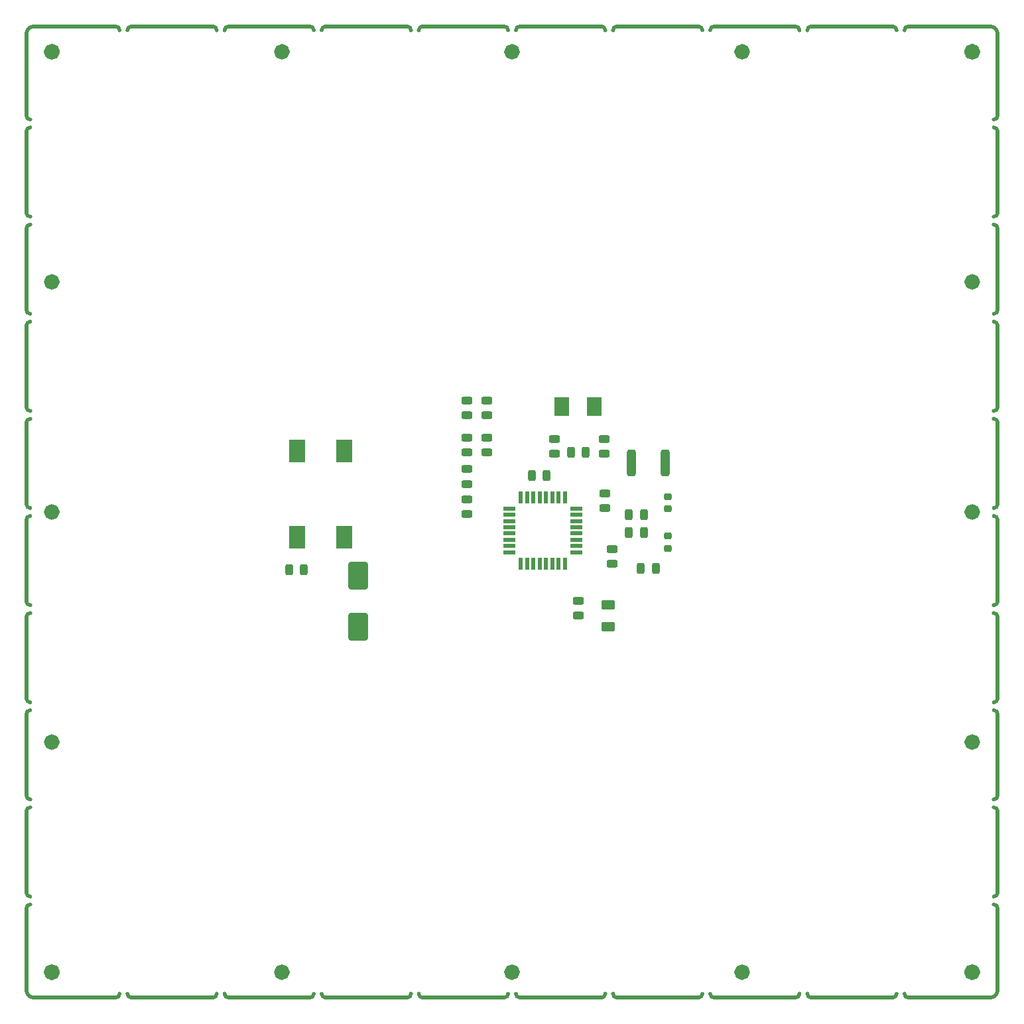
<source format=gtp>
G04 #@! TF.GenerationSoftware,KiCad,Pcbnew,8.0.1+dfsg-1*
G04 #@! TF.CreationDate,2024-04-11T10:48:23+00:00*
G04 #@! TF.ProjectId,stencil,7374656e-6369-46c2-9e6b-696361645f70,WIP*
G04 #@! TF.SameCoordinates,Original*
G04 #@! TF.FileFunction,Paste,Top*
G04 #@! TF.FilePolarity,Positive*
%FSLAX46Y46*%
G04 Gerber Fmt 4.6, Leading zero omitted, Abs format (unit mm)*
G04 Created by KiCad (PCBNEW 8.0.1+dfsg-1) date 2024-04-11 10:48:23*
%MOMM*%
%LPD*%
G01*
G04 APERTURE LIST*
G04 Aperture macros list*
%AMRoundRect*
0 Rectangle with rounded corners*
0 $1 Rounding radius*
0 $2 $3 $4 $5 $6 $7 $8 $9 X,Y pos of 4 corners*
0 Add a 4 corners polygon primitive as box body*
4,1,4,$2,$3,$4,$5,$6,$7,$8,$9,$2,$3,0*
0 Add four circle primitives for the rounded corners*
1,1,$1+$1,$2,$3*
1,1,$1+$1,$4,$5*
1,1,$1+$1,$6,$7*
1,1,$1+$1,$8,$9*
0 Add four rect primitives between the rounded corners*
20,1,$1+$1,$2,$3,$4,$5,0*
20,1,$1+$1,$4,$5,$6,$7,0*
20,1,$1+$1,$6,$7,$8,$9,0*
20,1,$1+$1,$8,$9,$2,$3,0*%
G04 Aperture macros list end*
%ADD10C,0.500000*%
%ADD11C,1.000000*%
%ADD12C,1.050000*%
%ADD13RoundRect,0.250000X-1.000000X1.500000X-1.000000X-1.500000X1.000000X-1.500000X1.000000X1.500000X0*%
%ADD14RoundRect,0.243750X-0.243750X-0.456250X0.243750X-0.456250X0.243750X0.456250X-0.243750X0.456250X0*%
%ADD15RoundRect,0.243750X-0.456250X0.243750X-0.456250X-0.243750X0.456250X-0.243750X0.456250X0.243750X0*%
%ADD16RoundRect,0.243750X0.456250X-0.243750X0.456250X0.243750X-0.456250X0.243750X-0.456250X-0.243750X0*%
%ADD17RoundRect,0.250000X0.625000X-0.375000X0.625000X0.375000X-0.625000X0.375000X-0.625000X-0.375000X0*%
%ADD18RoundRect,0.250000X-0.312500X-1.450000X0.312500X-1.450000X0.312500X1.450000X-0.312500X1.450000X0*%
%ADD19RoundRect,0.243750X0.243750X0.456250X-0.243750X0.456250X-0.243750X-0.456250X0.243750X-0.456250X0*%
%ADD20R,2.000000X3.000000*%
%ADD21RoundRect,0.218750X-0.256250X0.218750X-0.256250X-0.218750X0.256250X-0.218750X0.256250X0.218750X0*%
%ADD22R,1.900000X2.400000*%
%ADD23R,0.550000X1.600000*%
%ADD24R,1.600000X0.550000*%
%ADD25RoundRect,0.218750X0.256250X-0.218750X0.256250X0.218750X-0.256250X0.218750X-0.256250X-0.218750X0*%
G04 APERTURE END LIST*
D10*
X150000000Y-145000000D02*
G75*
G02*
X149500000Y-145500000I-500000J0D01*
G01*
X114300000Y-21500000D02*
X124700000Y-21500000D01*
X101900000Y-145500000D02*
G75*
G02*
X101400000Y-145000000I0J500000D01*
G01*
X88500000Y-121700000D02*
X88500000Y-132100000D01*
D11*
X92250000Y-83500000D02*
G75*
G02*
X91250000Y-83500000I-500000J0D01*
G01*
X91250000Y-83500000D02*
G75*
G02*
X92250000Y-83500000I500000J0D01*
G01*
D10*
X88500000Y-59700000D02*
X88500000Y-70100000D01*
X151000000Y-22000000D02*
G75*
G02*
X151500000Y-21500000I500000J0D01*
G01*
X212500000Y-107300000D02*
G75*
G02*
X212000000Y-107800000I-500000J0D01*
G01*
X188200000Y-22000000D02*
G75*
G02*
X188700000Y-21500000I500000J0D01*
G01*
X88500000Y-84500000D02*
X88500000Y-94900000D01*
X89000000Y-132600000D02*
G75*
G02*
X88500000Y-132100000I0J500000D01*
G01*
X89000000Y-120200000D02*
G75*
G02*
X88500000Y-119700000I0J500000D01*
G01*
X139100000Y-145500000D02*
G75*
G02*
X138600000Y-145000000I0J500000D01*
G01*
X88500000Y-109300000D02*
X88500000Y-119700000D01*
D11*
X180375000Y-142250000D02*
G75*
G02*
X179375000Y-142250000I-500000J0D01*
G01*
X179375000Y-142250000D02*
G75*
G02*
X180375000Y-142250000I500000J0D01*
G01*
D10*
X89000000Y-45800000D02*
G75*
G02*
X88500000Y-45300000I0J500000D01*
G01*
X176300000Y-145500000D02*
G75*
G02*
X175800000Y-145000000I0J500000D01*
G01*
X88500000Y-22500000D02*
X88500000Y-32900000D01*
X161900000Y-21500000D02*
G75*
G02*
X162400000Y-22000000I0J-500000D01*
G01*
X89500000Y-145500000D02*
X99900000Y-145500000D01*
D12*
X209775000Y-24750000D02*
G75*
G02*
X208725000Y-24750000I-525000J0D01*
G01*
X208725000Y-24750000D02*
G75*
G02*
X209775000Y-24750000I525000J0D01*
G01*
D10*
X212500000Y-22500000D02*
X212500000Y-32900000D01*
X174800000Y-145000000D02*
G75*
G02*
X174300000Y-145500000I-500000J0D01*
G01*
X88500000Y-34900000D02*
G75*
G02*
X89000000Y-34400000I500000J0D01*
G01*
X212000000Y-84000000D02*
G75*
G02*
X212500000Y-84500000I0J-500000D01*
G01*
X151500000Y-145500000D02*
X161900000Y-145500000D01*
X139100000Y-21500000D02*
X149500000Y-21500000D01*
X163900000Y-145500000D02*
X174300000Y-145500000D01*
D11*
X151000000Y-142250000D02*
G75*
G02*
X150000000Y-142250000I-500000J0D01*
G01*
X150000000Y-142250000D02*
G75*
G02*
X151000000Y-142250000I500000J0D01*
G01*
X151000000Y-24750000D02*
G75*
G02*
X150000000Y-24750000I-500000J0D01*
G01*
X150000000Y-24750000D02*
G75*
G02*
X151000000Y-24750000I500000J0D01*
G01*
D10*
X201100000Y-21500000D02*
X211500000Y-21500000D01*
X149500000Y-21500000D02*
G75*
G02*
X150000000Y-22000000I0J-500000D01*
G01*
X212500000Y-59700000D02*
X212500000Y-70100000D01*
X212500000Y-82500000D02*
G75*
G02*
X212000000Y-83000000I-500000J0D01*
G01*
X186700000Y-21500000D02*
G75*
G02*
X187200000Y-22000000I0J-500000D01*
G01*
X176300000Y-21500000D02*
X186700000Y-21500000D01*
X175800000Y-22000000D02*
G75*
G02*
X176300000Y-21500000I500000J0D01*
G01*
X112800000Y-145000000D02*
G75*
G02*
X112300000Y-145500000I-500000J0D01*
G01*
X114300000Y-145500000D02*
X124700000Y-145500000D01*
X89000000Y-70600000D02*
G75*
G02*
X88500000Y-70100000I0J500000D01*
G01*
X212000000Y-46800000D02*
G75*
G02*
X212500000Y-47300000I0J-500000D01*
G01*
X176300000Y-145500000D02*
X186700000Y-145500000D01*
D11*
X209750000Y-83500000D02*
G75*
G02*
X208750000Y-83500000I-500000J0D01*
G01*
X208750000Y-83500000D02*
G75*
G02*
X209750000Y-83500000I500000J0D01*
G01*
D10*
X88500000Y-72100000D02*
X88500000Y-82500000D01*
X212500000Y-57700000D02*
G75*
G02*
X212000000Y-58200000I-500000J0D01*
G01*
X212500000Y-32900000D02*
G75*
G02*
X212000000Y-33400000I-500000J0D01*
G01*
X212500000Y-121700000D02*
X212500000Y-132100000D01*
X89000000Y-58200000D02*
G75*
G02*
X88500000Y-57700000I0J500000D01*
G01*
X88500000Y-121700000D02*
G75*
G02*
X89000000Y-121200000I500000J0D01*
G01*
X212500000Y-47300000D02*
X212500000Y-57700000D01*
X125200000Y-145000000D02*
G75*
G02*
X124700000Y-145500000I-500000J0D01*
G01*
X89000000Y-83000000D02*
G75*
G02*
X88500000Y-82500000I0J500000D01*
G01*
X88500000Y-34900000D02*
X88500000Y-45300000D01*
X100400000Y-145000000D02*
G75*
G02*
X99900000Y-145500000I-500000J0D01*
G01*
X199600000Y-145000000D02*
G75*
G02*
X199100000Y-145500000I-500000J0D01*
G01*
X212500000Y-144500000D02*
G75*
G02*
X211500000Y-145500000I-1000000J0D01*
G01*
D11*
X180375000Y-24750000D02*
G75*
G02*
X179375000Y-24750000I-500000J0D01*
G01*
X179375000Y-24750000D02*
G75*
G02*
X180375000Y-24750000I500000J0D01*
G01*
D10*
X188700000Y-145500000D02*
G75*
G02*
X188200000Y-145000000I0J500000D01*
G01*
X212500000Y-132100000D02*
G75*
G02*
X212000000Y-132600000I-500000J0D01*
G01*
D11*
X121625000Y-24750000D02*
G75*
G02*
X120625000Y-24750000I-500000J0D01*
G01*
X120625000Y-24750000D02*
G75*
G02*
X121625000Y-24750000I500000J0D01*
G01*
D10*
X126200000Y-22000000D02*
G75*
G02*
X126700000Y-21500000I500000J0D01*
G01*
X88500000Y-84500000D02*
G75*
G02*
X89000000Y-84000000I500000J0D01*
G01*
X137600000Y-145000000D02*
G75*
G02*
X137100000Y-145500000I-500000J0D01*
G01*
X88500000Y-47300000D02*
X88500000Y-57700000D01*
X101400000Y-22000000D02*
G75*
G02*
X101900000Y-21500000I500000J0D01*
G01*
X212500000Y-45300000D02*
G75*
G02*
X212000000Y-45800000I-500000J0D01*
G01*
X137100000Y-21500000D02*
G75*
G02*
X137600000Y-22000000I0J-500000D01*
G01*
X138600000Y-22000000D02*
G75*
G02*
X139100000Y-21500000I500000J0D01*
G01*
X162400000Y-145000000D02*
G75*
G02*
X161900000Y-145500000I-500000J0D01*
G01*
X112300000Y-21500000D02*
G75*
G02*
X112800000Y-22000000I0J-500000D01*
G01*
X187200000Y-145000000D02*
G75*
G02*
X186700000Y-145500000I-500000J0D01*
G01*
X163400000Y-22000000D02*
G75*
G02*
X163900000Y-21500000I500000J0D01*
G01*
X212500000Y-72100000D02*
X212500000Y-82500000D01*
X101900000Y-21500000D02*
X112300000Y-21500000D01*
X89000000Y-107800000D02*
G75*
G02*
X88500000Y-107300000I0J500000D01*
G01*
X201100000Y-145500000D02*
G75*
G02*
X200600000Y-145000000I0J500000D01*
G01*
X88500000Y-72100000D02*
G75*
G02*
X89000000Y-71600000I500000J0D01*
G01*
D11*
X209750000Y-54125000D02*
G75*
G02*
X208750000Y-54125000I-500000J0D01*
G01*
X208750000Y-54125000D02*
G75*
G02*
X209750000Y-54125000I500000J0D01*
G01*
X92250000Y-112875000D02*
G75*
G02*
X91250000Y-112875000I-500000J0D01*
G01*
X91250000Y-112875000D02*
G75*
G02*
X92250000Y-112875000I500000J0D01*
G01*
D10*
X124700000Y-21500000D02*
G75*
G02*
X125200000Y-22000000I0J-500000D01*
G01*
X212000000Y-71600000D02*
G75*
G02*
X212500000Y-72100000I0J-500000D01*
G01*
X212500000Y-134100000D02*
X212500000Y-144500000D01*
X88500000Y-96900000D02*
X88500000Y-107300000D01*
X126700000Y-145500000D02*
X137100000Y-145500000D01*
X212000000Y-34400000D02*
G75*
G02*
X212500000Y-34900000I0J-500000D01*
G01*
X114300000Y-145500000D02*
G75*
G02*
X113800000Y-145000000I0J500000D01*
G01*
X163900000Y-21500000D02*
X174300000Y-21500000D01*
X212500000Y-34900000D02*
X212500000Y-45300000D01*
X88500000Y-47300000D02*
G75*
G02*
X89000000Y-46800000I500000J0D01*
G01*
X212500000Y-96900000D02*
X212500000Y-107300000D01*
X199100000Y-21500000D02*
G75*
G02*
X199600000Y-22000000I0J-500000D01*
G01*
D12*
X209775000Y-142250000D02*
G75*
G02*
X208725000Y-142250000I-525000J0D01*
G01*
X208725000Y-142250000D02*
G75*
G02*
X209775000Y-142250000I525000J0D01*
G01*
D10*
X188700000Y-21500000D02*
X199100000Y-21500000D01*
D11*
X209750000Y-112875000D02*
G75*
G02*
X208750000Y-112875000I-500000J0D01*
G01*
X208750000Y-112875000D02*
G75*
G02*
X209750000Y-112875000I500000J0D01*
G01*
D10*
X201100000Y-145500000D02*
X211500000Y-145500000D01*
X126700000Y-145500000D02*
G75*
G02*
X126200000Y-145000000I0J500000D01*
G01*
X174300000Y-21500000D02*
G75*
G02*
X174800000Y-22000000I0J-500000D01*
G01*
D12*
X92275000Y-142250000D02*
G75*
G02*
X91225000Y-142250000I-525000J0D01*
G01*
X91225000Y-142250000D02*
G75*
G02*
X92275000Y-142250000I525000J0D01*
G01*
D10*
X88500000Y-134100000D02*
G75*
G02*
X89000000Y-133600000I500000J0D01*
G01*
X88500000Y-22500000D02*
G75*
G02*
X89500000Y-21500000I1000000J0D01*
G01*
D11*
X121625000Y-142250000D02*
G75*
G02*
X120625000Y-142250000I-500000J0D01*
G01*
X120625000Y-142250000D02*
G75*
G02*
X121625000Y-142250000I500000J0D01*
G01*
D10*
X89500000Y-21500000D02*
X99900000Y-21500000D01*
X212000000Y-133600000D02*
G75*
G02*
X212500000Y-134100000I0J-500000D01*
G01*
X139100000Y-145500000D02*
X149500000Y-145500000D01*
D12*
X92275000Y-24750000D02*
G75*
G02*
X91225000Y-24750000I-525000J0D01*
G01*
X91225000Y-24750000D02*
G75*
G02*
X92275000Y-24750000I525000J0D01*
G01*
D10*
X212000000Y-108800000D02*
G75*
G02*
X212500000Y-109300000I0J-500000D01*
G01*
X151500000Y-145500000D02*
G75*
G02*
X151000000Y-145000000I0J500000D01*
G01*
X126700000Y-21500000D02*
X137100000Y-21500000D01*
X113800000Y-22000000D02*
G75*
G02*
X114300000Y-21500000I500000J0D01*
G01*
X212500000Y-109300000D02*
X212500000Y-119700000D01*
X88500000Y-96900000D02*
G75*
G02*
X89000000Y-96400000I500000J0D01*
G01*
X212500000Y-119700000D02*
G75*
G02*
X212000000Y-120200000I-500000J0D01*
G01*
X88500000Y-134100000D02*
X88500000Y-144500000D01*
X212000000Y-121200000D02*
G75*
G02*
X212500000Y-121700000I0J-500000D01*
G01*
X163900000Y-145500000D02*
G75*
G02*
X163400000Y-145000000I0J500000D01*
G01*
X151500000Y-21500000D02*
X161900000Y-21500000D01*
X188700000Y-145500000D02*
X199100000Y-145500000D01*
X212500000Y-70100000D02*
G75*
G02*
X212000000Y-70600000I-500000J0D01*
G01*
X99900000Y-21500000D02*
G75*
G02*
X100400000Y-22000000I0J-500000D01*
G01*
X89000000Y-33400000D02*
G75*
G02*
X88500000Y-32900000I0J500000D01*
G01*
D11*
X92250000Y-54125000D02*
G75*
G02*
X91250000Y-54125000I-500000J0D01*
G01*
X91250000Y-54125000D02*
G75*
G02*
X92250000Y-54125000I500000J0D01*
G01*
D10*
X212000000Y-59200000D02*
G75*
G02*
X212500000Y-59700000I0J-500000D01*
G01*
X211500000Y-21500000D02*
G75*
G02*
X212500000Y-22500000I0J-1000000D01*
G01*
X200600000Y-22000000D02*
G75*
G02*
X201100000Y-21500000I500000J0D01*
G01*
X212000000Y-96400000D02*
G75*
G02*
X212500000Y-96900000I0J-500000D01*
G01*
X101900000Y-145500000D02*
X112300000Y-145500000D01*
X212500000Y-84500000D02*
X212500000Y-94900000D01*
X88500000Y-59700000D02*
G75*
G02*
X89000000Y-59200000I500000J0D01*
G01*
X89000000Y-95400000D02*
G75*
G02*
X88500000Y-94900000I0J500000D01*
G01*
X88500000Y-109300000D02*
G75*
G02*
X89000000Y-108800000I500000J0D01*
G01*
X212500000Y-94900000D02*
G75*
G02*
X212000000Y-95400000I-500000J0D01*
G01*
X89500000Y-145500000D02*
G75*
G02*
X88500000Y-144500000I0J1000000D01*
G01*
D13*
G04 #@! TO.C,C1*
X130835400Y-91644400D03*
X130835400Y-98144400D03*
G04 #@! TD*
D14*
G04 #@! TO.C,C2*
X122062500Y-90900000D03*
X123937500Y-90900000D03*
G04 #@! TD*
D15*
G04 #@! TO.C,C3*
X162260000Y-74178500D03*
X162260000Y-76053500D03*
G04 #@! TD*
G04 #@! TO.C,C4*
X155910000Y-74178500D03*
X155910000Y-76053500D03*
G04 #@! TD*
G04 #@! TO.C,C5*
X163322000Y-88216500D03*
X163322000Y-90091500D03*
G04 #@! TD*
D14*
G04 #@! TO.C,C7*
X153037300Y-78867000D03*
X154912300Y-78867000D03*
G04 #@! TD*
D16*
G04 #@! TO.C,C8*
X144754600Y-79906100D03*
X144754600Y-78031100D03*
G04 #@! TD*
D17*
G04 #@! TO.C,D1*
X162814000Y-98174000D03*
X162814000Y-95374000D03*
G04 #@! TD*
D16*
G04 #@! TO.C,D2*
X147320000Y-75887500D03*
X147320000Y-74012500D03*
G04 #@! TD*
G04 #@! TO.C,D3*
X144780000Y-75887500D03*
X144780000Y-74012500D03*
G04 #@! TD*
D18*
G04 #@! TO.C,F1*
X165756500Y-77216000D03*
X170031500Y-77216000D03*
G04 #@! TD*
D19*
G04 #@! TO.C,FB1*
X168831500Y-90678000D03*
X166956500Y-90678000D03*
G04 #@! TD*
D20*
G04 #@! TO.C,J1*
X123100000Y-75700000D03*
X129100000Y-75700000D03*
X129100000Y-86700000D03*
X123100000Y-86700000D03*
G04 #@! TD*
D14*
G04 #@! TO.C,R1*
X165432500Y-86106000D03*
X167307500Y-86106000D03*
G04 #@! TD*
G04 #@! TO.C,R2*
X165432500Y-83820000D03*
X167307500Y-83820000D03*
G04 #@! TD*
D19*
G04 #@! TO.C,R3*
X159895500Y-75878000D03*
X158020500Y-75878000D03*
G04 #@! TD*
D16*
G04 #@! TO.C,R4*
X159004000Y-96695500D03*
X159004000Y-94820500D03*
G04 #@! TD*
D15*
G04 #@! TO.C,R5*
X144754600Y-81866500D03*
X144754600Y-83741500D03*
G04 #@! TD*
G04 #@! TO.C,R6*
X147320000Y-69237300D03*
X147320000Y-71112300D03*
G04 #@! TD*
G04 #@! TO.C,R7*
X144780000Y-69237300D03*
X144780000Y-71112300D03*
G04 #@! TD*
D21*
G04 #@! TO.C,VR1*
X170434000Y-86563000D03*
X170434000Y-88138000D03*
G04 #@! TD*
D22*
G04 #@! TO.C,Y1*
X160977800Y-70027800D03*
X156877800Y-70027800D03*
G04 #@! TD*
D23*
G04 #@! TO.C,U1*
X157232000Y-81602000D03*
X156432000Y-81602000D03*
X155632000Y-81602000D03*
X154832000Y-81602000D03*
X154032000Y-81602000D03*
X153232000Y-81602000D03*
X152432000Y-81602000D03*
X151632000Y-81602000D03*
D24*
X150182000Y-83052000D03*
X150182000Y-83852000D03*
X150182000Y-84652000D03*
X150182000Y-85452000D03*
X150182000Y-86252000D03*
X150182000Y-87052000D03*
X150182000Y-87852000D03*
X150182000Y-88652000D03*
D23*
X151632000Y-90102000D03*
X152432000Y-90102000D03*
X153232000Y-90102000D03*
X154032000Y-90102000D03*
X154832000Y-90102000D03*
X155632000Y-90102000D03*
X156432000Y-90102000D03*
X157232000Y-90102000D03*
D24*
X158682000Y-88652000D03*
X158682000Y-87852000D03*
X158682000Y-87052000D03*
X158682000Y-86252000D03*
X158682000Y-85452000D03*
X158682000Y-84652000D03*
X158682000Y-83852000D03*
X158682000Y-83052000D03*
G04 #@! TD*
D25*
G04 #@! TO.C,VR2*
X170434000Y-83108900D03*
X170434000Y-81533900D03*
G04 #@! TD*
D16*
G04 #@! TO.C,C6*
X162382200Y-83004900D03*
X162382200Y-81129900D03*
G04 #@! TD*
M02*

</source>
